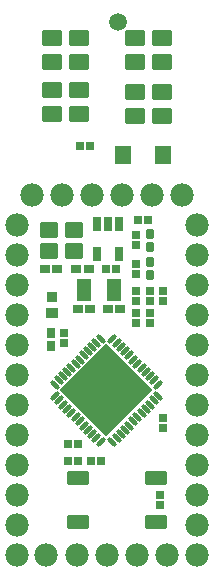
<source format=gts>
G04 Layer: TopSolderMaskLayer*
G04 EasyEDA v6.5.22, 2022-11-29 03:43:51*
G04 8ec36cdae1d24b8a87879ab1f9b651ff,67344a67363949849f01d11c0c7cf016,10*
G04 Gerber Generator version 0.2*
G04 Scale: 100 percent, Rotated: No, Reflected: No *
G04 Dimensions in inches *
G04 leading zeros omitted , absolute positions ,3 integer and 6 decimal *
%FSLAX36Y36*%
%MOIN*%

%AMMACRO1*1,1,$1,$2,$3*1,1,$1,$4,$5*1,1,$1,0-$2,0-$3*1,1,$1,0-$4,0-$5*20,1,$1,$2,$3,$4,$5,0*20,1,$1,$4,$5,0-$2,0-$3,0*20,1,$1,0-$2,0-$3,0-$4,0-$5,0*20,1,$1,0-$4,0-$5,$2,$3,0*4,1,4,$2,$3,$4,$5,0-$2,0-$3,0-$4,0-$5,$2,$3,0*%
%AMMACRO2*1,1,$1,$2,$3*1,1,$1,$4,$5*20,1,$1,$2,$3,$4,$5,0*%
%ADD10MACRO1,0.008X-0.0285X-0.0228X-0.0285X0.0228*%
%ADD11R,0.0296X0.0276*%
%ADD12MACRO1,0.004X-0.0118X0.0128X0.0118X0.0128*%
%ADD13MACRO1,0.004X0.0128X0.0118X0.0128X-0.0118*%
%ADD14MACRO1,0.004X0.0156X0.0106X0.0156X-0.0106*%
%ADD15MACRO1,0.004X-0.0156X0.0106X-0.0156X-0.0106*%
%ADD16MACRO1,0.004X-0.0156X-0.0106X-0.0156X0.0106*%
%ADD17MACRO1,0.004X0.0156X-0.0106X0.0156X0.0106*%
%ADD18MACRO1,0.004X-0.0106X0.0156X0.0106X0.0156*%
%ADD19MACRO1,0.004X-0.0106X-0.0156X0.0106X-0.0156*%
%ADD20R,0.0380X0.0355*%
%ADD21MACRO1,0.004X-0.017X-0.0157X-0.017X0.0157*%
%ADD22MACRO1,0.004X-0.0118X-0.0197X-0.0118X0.0197*%
%ADD23MACRO1,0.008X-0.0098X-0.0118X-0.0098X0.0118*%
%ADD24MACRO1,0.004X-0.0335X0.0197X0.0335X0.0197*%
%ADD25MACRO1,0.004X0.0118X-0.0128X-0.0118X-0.0128*%
%ADD26MACRO2,0.015X-0.0086X0.0086X0.0086X-0.0086*%
%ADD27MACRO2,0.015X-0.0086X-0.0086X0.0086X0.0086*%
%ADD28MACRO1,0.004X0.1531X0X0X-0.1531*%
%ADD29MACRO1,0.004X-0.0276X0.0236X0.0276X0.0236*%
%ADD30MACRO1,0.004X-0.0197X-0.0354X-0.0197X0.0354*%
%ADD31MACRO1,0.008X-0.0236X0.0276X0.0236X0.0276*%
%ADD32C,0.0594*%
%ADD33C,0.0780*%

%LPD*%
D10*
G01*
X268989Y-183989D03*
G01*
X268989Y-103989D03*
G01*
X270000Y-360000D03*
G01*
X270000Y-280000D03*
G01*
X635000Y-185000D03*
G01*
X635000Y-105000D03*
G01*
X635000Y-365000D03*
G01*
X635000Y-285000D03*
D11*
G01*
X630000Y-1628299D03*
G01*
X630000Y-1661700D03*
D12*
G01*
X353699Y-1514000D03*
G01*
X320299Y-1514000D03*
G01*
X431700Y-1515000D03*
G01*
X398299Y-1515000D03*
D13*
G01*
X550000Y-1056700D03*
G01*
X550000Y-1023299D03*
D11*
G01*
X640000Y-1373299D03*
G01*
X640000Y-1406700D03*
D13*
G01*
X595000Y-981700D03*
G01*
X595000Y-948299D03*
G01*
X595000Y-1056700D03*
G01*
X595000Y-1023299D03*
G01*
X640000Y-981700D03*
G01*
X640000Y-948299D03*
D12*
G01*
X481700Y-875000D03*
G01*
X448299Y-875000D03*
D14*
G01*
X453541Y-1010000D03*
D15*
G01*
X496458Y-1010000D03*
D16*
G01*
X396458Y-1010000D03*
D17*
G01*
X353541Y-1010000D03*
D14*
G01*
X348541Y-875000D03*
D15*
G01*
X391458Y-875000D03*
D16*
G01*
X286458Y-875000D03*
D17*
G01*
X243541Y-875000D03*
D18*
G01*
X265000Y-1131458D03*
D19*
G01*
X265000Y-1088541D03*
D11*
G01*
X310000Y-1088299D03*
G01*
X310000Y-1121700D03*
D12*
G01*
X589700Y-713000D03*
G01*
X556300Y-713000D03*
D20*
G01*
X270010Y-967440D03*
D21*
G01*
X270005Y-1022558D03*
D22*
G01*
X492400Y-826185D03*
G01*
X417599Y-826185D03*
G01*
X417599Y-723814D03*
G01*
X455000Y-723814D03*
G01*
X492400Y-723814D03*
D23*
G01*
X595000Y-853345D03*
G01*
X595000Y-896654D03*
G01*
X595000Y-759410D03*
G01*
X595000Y-802718D03*
D24*
G01*
X355079Y-1571159D03*
G01*
X614920Y-1571156D03*
G01*
X355079Y-1716842D03*
G01*
X614920Y-1716842D03*
D13*
G01*
X550000Y-981700D03*
G01*
X550000Y-948299D03*
D25*
G01*
X320299Y-1460000D03*
G01*
X353699Y-1460000D03*
D13*
G01*
X550000Y-891700D03*
G01*
X550000Y-858299D03*
D11*
G01*
X550000Y-763299D03*
G01*
X550000Y-796700D03*
D26*
G01*
X430550Y-1107400D03*
G01*
X416620Y-1121330D03*
G01*
X402690Y-1135260D03*
G01*
X388759Y-1149190D03*
G01*
X374829Y-1163120D03*
G01*
X360899Y-1177050D03*
G01*
X347039Y-1190910D03*
G01*
X333109Y-1204840D03*
G01*
X319179Y-1218769D03*
G01*
X305249Y-1232699D03*
G01*
X291319Y-1246630D03*
G01*
X277390Y-1260560D03*
D27*
G01*
X277390Y-1299449D03*
G01*
X291319Y-1313379D03*
G01*
X305249Y-1327310D03*
G01*
X319179Y-1341240D03*
G01*
X333109Y-1355170D03*
G01*
X347039Y-1369100D03*
G01*
X360899Y-1382960D03*
G01*
X374829Y-1396890D03*
G01*
X388759Y-1410820D03*
G01*
X402690Y-1424750D03*
G01*
X416620Y-1438680D03*
G01*
X430550Y-1452609D03*
D26*
G01*
X469439Y-1452609D03*
G01*
X483369Y-1438680D03*
G01*
X497300Y-1424750D03*
G01*
X511230Y-1410820D03*
G01*
X525159Y-1396890D03*
G01*
X539089Y-1382960D03*
G01*
X552949Y-1369100D03*
G01*
X566879Y-1355170D03*
G01*
X580809Y-1341240D03*
G01*
X594739Y-1327310D03*
G01*
X608669Y-1313379D03*
G01*
X622599Y-1299449D03*
D27*
G01*
X622599Y-1260560D03*
G01*
X608669Y-1246630D03*
G01*
X594739Y-1232699D03*
G01*
X580809Y-1218769D03*
G01*
X566879Y-1204840D03*
G01*
X552949Y-1190910D03*
G01*
X539089Y-1177050D03*
G01*
X525159Y-1163120D03*
G01*
X511230Y-1149190D03*
G01*
X497300Y-1135260D03*
G01*
X483369Y-1121330D03*
G01*
X469439Y-1107400D03*
D28*
G01*
X449995Y-1280004D03*
D29*
G01*
X256693Y-814445D03*
G01*
X343306Y-814445D03*
G01*
X343306Y-745545D03*
G01*
X256693Y-745547D03*
D30*
G01*
X375787Y-945000D03*
G01*
X474212Y-945000D03*
D10*
G01*
X545000Y-365000D03*
G01*
X545000Y-285000D03*
G01*
X360000Y-360000D03*
G01*
X360000Y-280000D03*
G01*
X545000Y-185000D03*
G01*
X545000Y-105000D03*
G01*
X358989Y-183989D03*
G01*
X358989Y-103989D03*
D31*
G01*
X504070Y-495000D03*
G01*
X637928Y-495000D03*
D12*
G01*
X396500Y-465000D03*
G01*
X363099Y-465000D03*
D32*
G01*
X488000Y-53000D03*
D33*
G01*
X350999Y-1830000D03*
G01*
X450999Y-1830000D03*
G01*
X550999Y-1830000D03*
G01*
X650999Y-1830000D03*
G01*
X750999Y-1830000D03*
G01*
X750999Y-1730000D03*
G01*
X750999Y-1630000D03*
G01*
X750999Y-1530000D03*
G01*
X750999Y-1430000D03*
G01*
X750999Y-1330000D03*
G01*
X750999Y-1230000D03*
G01*
X750999Y-1130000D03*
G01*
X750999Y-1030000D03*
G01*
X750999Y-930000D03*
G01*
X750999Y-830000D03*
G01*
X750999Y-730000D03*
G01*
X700999Y-630000D03*
G01*
X600999Y-630000D03*
G01*
X500999Y-630000D03*
G01*
X400999Y-630000D03*
G01*
X300999Y-630000D03*
G01*
X150999Y-1830000D03*
G01*
X150999Y-1730000D03*
G01*
X150999Y-1630000D03*
G01*
X150999Y-1530000D03*
G01*
X150999Y-1430000D03*
G01*
X150999Y-1330000D03*
G01*
X150999Y-1230000D03*
G01*
X150999Y-1130000D03*
G01*
X150999Y-1030000D03*
G01*
X150999Y-930000D03*
G01*
X150999Y-830000D03*
G01*
X150999Y-730000D03*
G01*
X200999Y-630000D03*
G01*
X250000Y-1830000D03*
M02*

</source>
